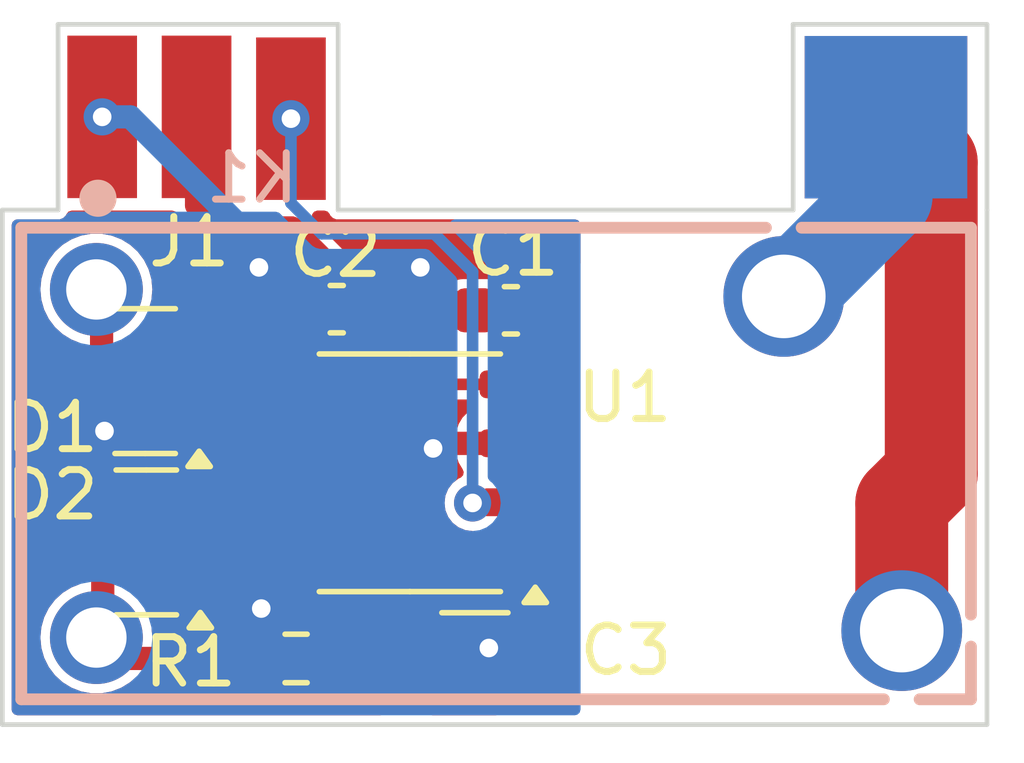
<source format=kicad_pcb>
(kicad_pcb (version 20240108) (generator "pcbnew") (generator_version "8.0")
  (layers (0 "F.Cu" jumper) (31 "B.Cu" power) (34 "B.Paste" user) (35 "F.Paste" user) (36 "B.SilkS" user "B.Silkscreen") (37 "F.SilkS" user "F.Silkscreen") (38 "B.Mask" user) (39 "F.Mask" user) (44 "Edge.Cuts" user))
  (net 0 "")
  (net 1 "VCC")
  (net 2 "GND")
  (net 3 "Net-(U1-IN_B)")
  (net 4 "Net-(D1-COM)")
  (net 5 "Net-(D2-COM)")
  (net 6 "/R2")
  (net 7 "/R1")
  (net 8 "Net-(J1-REL)")
  (footprint "Library:edge_connector" (layer "F.Cu") (at 151.075 90.964 180)
    (property "Reference" "J1" (at 17.175 -4.686 0) (layer "F.SilkS"))
    (property "Value" "edge_connector")
    (fp_line (start 20 -4) (end 20 0) (stroke (width 0.1)) (layer "Edge.Cuts"))
    (fp_line (start 13.97 0) (end 20 0) (stroke (width 0.1)) (layer "Edge.Cuts"))
    (fp_line (start 13.97 -4) (end 13.97 0) (stroke (width 0.1)) (layer "Edge.Cuts"))
    (fp_line (start 4.174 -4) (end 13.97 -4) (stroke (width 0.1)) (layer "Edge.Cuts"))
    (fp_line (start 4.174 -4) (end 4.174 0) (stroke (width 0.1)) (layer "Edge.Cuts"))
    (fp_line (start 0 0) (end 4.174 0) (stroke (width 0.1)) (layer "Edge.Cuts"))
    (fp_line (start 0 -4) (end 0 0) (stroke (width 0.1)) (layer "Edge.Cuts"))
    (pad "1" connect rect (at 2.174 -2 180) (size 3.5 3.5) (layers "F.Cu" "F.Mask") (net 7 "/R1"))
    (pad "2" connect rect (at 2.174 -2 180) (size 3.5 3.5) (layers "B.Cu" "B.Mask") (net 6 "/R2"))
    (pad "3" connect rect (at 14.986 -2.032 180) (size 1.5 3.5) (layers "F.Cu" "F.Mask") (net 8 "Net-(J1-REL)"))
    (pad "4" connect rect (at 17.018 -1.993 180) (size 1.5 3.5) (layers "F.Cu" "F.Mask") (net 1 "VCC"))
    (pad "5" connect rect (at 19.05 -1.993 180) (size 1.5 3.5) (layers "F.Cu" "F.Mask") (net 2 "GND"))
  )
  (footprint "Capacitor_SMD:C_0603_1608Metric" (layer "F.Cu") (at 137.075 97.1 180)
    (property "Reference" "C2" (at 0.025 1.225 0) (layer "F.SilkS"))
    (property "Value" "1u")
    (fp_line (start -0.14058 0.51) (end 0.14058 0.51) (stroke (width 0.12)) (layer "F.SilkS"))
    (fp_line (start -0.14058 -0.51) (end 0.14058 -0.51) (stroke (width 0.12)) (layer "F.SilkS"))
    (pad "1" smd roundrect (at -0.775 0 180) (size 0.9 0.95) (layers "F.Cu" "F.Paste" "F.Mask") (net 1 "VCC"))
    (pad "2" smd roundrect (at 0.775 0 180) (size 0.9 0.95) (layers "F.Cu" "F.Paste" "F.Mask") (net 2 "GND"))
  )
  (footprint "Capacitor_SMD:C_1206_3216Metric" (layer "F.Cu") (at 140.05 104.55)
    (property "Reference" "C3" (at 3.25 -0.1 0) (layer "F.SilkS"))
    (property "Value" "22u")
    (fp_line (start -0.711252 -0.91) (end 0.711252 -0.91) (stroke (width 0.12)) (layer "F.SilkS"))
    (fp_line (start -0.711252 0.91) (end 0.711252 0.91) (stroke (width 0.12)) (layer "F.SilkS"))
    (pad "1" smd roundrect (at -1.475 0) (size 1.15 1.8) (layers "F.Cu" "F.Paste" "F.Mask") (roundrect_rratio 0.2173913043) (net 3 "Net-(U1-IN_B)"))
    (pad "2" smd roundrect (at 1.475 0) (size 1.15 1.8) (layers "F.Cu" "F.Paste" "F.Mask") (roundrect_rratio 0.2173913043) (net 2 "GND"))
  )
  (footprint "Resistor_SMD:R_0603_1608Metric" (layer "F.Cu") (at 136.2 104.625)
    (property "Reference" "R1" (at -2.275 0.075 0) (layer "F.SilkS"))
    (property "Value" "10k")
    (fp_line (start -0.237258 -0.5225) (end 0.237258 -0.5225) (stroke (width 0.12)) (layer "F.SilkS"))
    (fp_line (start -0.237258 0.5225) (end 0.237258 0.5225) (stroke (width 0.12)) (layer "F.SilkS"))
    (pad "1" smd roundrect (at -0.825 0) (size 0.8 0.95) (layers "F.Cu" "F.Paste" "F.Mask") (net 5 "Net-(D2-COM)"))
    (pad "2" smd roundrect (at 0.825 0) (size 0.8 0.95) (layers "F.Cu" "F.Paste" "F.Mask") (net 3 "Net-(U1-IN_B)"))
  )
  (footprint "Package_TO_SOT_SMD:SOT-23" (layer "F.Cu") (at 132.975 102.125 180)
    (property "Reference" "D2" (at 2.025 1.025 0) (layer "F.SilkS"))
    (property "Value" "BAT54S")
    (fp_line (start 0 1.56) (end 0.65 1.56) (stroke (width 0.12)) (layer "F.SilkS"))
    (fp_line (start 0 1.56) (end -0.65 1.56) (stroke (width 0.12)) (layer "F.SilkS"))
    (fp_line (start 0 -1.56) (end 0.65 -1.56) (stroke (width 0.12)) (layer "F.SilkS"))
    (fp_line (start 0 -1.56) (end -0.65 -1.56) (stroke (width 0.12)) (layer "F.SilkS"))
    (fp_poly (pts (xy -1.1625 -1.51) (xy -1.4025 -1.84) (xy -0.9225 -1.84) (xy -1.1625 -1.51)) (stroke (width 0.12)) (fill solid) (layer "F.SilkS"))
    (pad "1" smd roundrect (at -0.9375 -0.95 180) (size 1.475 0.6) (layers "F.Cu" "F.Paste" "F.Mask") (net 2 "GND"))
    (pad "2" smd roundrect (at -0.9375 0.95 180) (size 1.475 0.6) (layers "F.Cu" "F.Paste" "F.Mask") (net 1 "VCC"))
    (pad "3" smd roundrect (at 0.9375 0 180) (size 1.475 0.6) (layers "F.Cu" "F.Paste" "F.Mask") (net 5 "Net-(D2-COM)"))
  )
  (footprint "Package_SO:SOIC-8_3.9x4.9mm_P1.27mm" (layer "F.Cu") (at 138.65 100.625 180)
    (property "Reference" "U1" (at -4.625 1.625 0) (layer "F.SilkS"))
    (property "Value" "MIC4427")
    (fp_line (start 0 2.56) (end 1.95 2.56) (stroke (width 0.12)) (layer "F.SilkS"))
    (fp_line (start 0 2.56) (end -1.95 2.56) (stroke (width 0.12)) (layer "F.SilkS"))
    (fp_line (start 0 -2.56) (end 1.95 -2.56) (stroke (width 0.12)) (layer "F.SilkS"))
    (fp_line (start 0 -2.56) (end -1.95 -2.56) (stroke (width 0.12)) (layer "F.SilkS"))
    (fp_poly (pts (xy -2.7 -2.465) (xy -2.94 -2.795) (xy -2.46 -2.795) (xy -2.7 -2.465)) (stroke (width 0.12)) (fill solid) (layer "F.SilkS"))
    (pad "1" smd roundrect (at -2.475 -1.905 180) (size 1.95 0.6) (layers "F.Cu" "F.Paste" "F.Mask"))
    (pad "2" smd roundrect (at -2.475 -0.635 180) (size 1.95 0.6) (layers "F.Cu" "F.Paste" "F.Mask") (net 8 "Net-(J1-REL)"))
    (pad "3" smd roundrect (at -2.475 0.635 180) (size 1.95 0.6) (layers "F.Cu" "F.Paste" "F.Mask") (net 2 "GND"))
    (pad "4" smd roundrect (at -2.475 1.905 180) (size 1.95 0.6) (layers "F.Cu" "F.Paste" "F.Mask") (net 3 "Net-(U1-IN_B)"))
    (pad "5" smd roundrect (at 2.475 1.905 180) (size 1.95 0.6) (layers "F.Cu" "F.Paste" "F.Mask") (net 4 "Net-(D1-COM)"))
    (pad "6" smd roundrect (at 2.475 0.635 180) (size 1.95 0.6) (layers "F.Cu" "F.Paste" "F.Mask") (net 1 "VCC"))
    (pad "7" smd roundrect (at 2.475 -0.635 180) (size 1.95 0.6) (layers "F.Cu" "F.Paste" "F.Mask") (net 5 "Net-(D2-COM)"))
    (pad "8" smd roundrect (at 2.475 -1.905 180) (size 1.95 0.6) (layers "F.Cu" "F.Paste" "F.Mask"))
  )
  (footprint "Capacitor_SMD:C_0603_1608Metric" (layer "F.Cu") (at 140.825 97.125)
    (property "Reference" "C1" (at 0.05 -1.275 0) (layer "F.SilkS"))
    (property "Value" "100n")
    (fp_line (start -0.14058 -0.51) (end 0.14058 -0.51) (stroke (width 0.12)) (layer "F.SilkS"))
    (fp_line (start -0.14058 0.51) (end 0.14058 0.51) (stroke (width 0.12)) (layer "F.SilkS"))
    (pad "1" smd roundrect (at -0.775 0) (size 0.9 0.95) (layers "F.Cu" "F.Paste" "F.Mask") (net 1 "VCC"))
    (pad "2" smd roundrect (at 0.775 0) (size 0.9 0.95) (layers "F.Cu" "F.Paste" "F.Mask") (net 2 "GND"))
  )
  (footprint "Package_TO_SOT_SMD:SOT-23" (layer "F.Cu") (at 132.95 98.65 180)
    (property "Reference" "D1" (at 2 -1 0) (layer "F.SilkS"))
    (property "Value" "BAT54S")
    (fp_line (start 0 1.56) (end 0.65 1.56) (stroke (width 0.12)) (layer "F.SilkS"))
    (fp_line (start 0 1.56) (end -0.65 1.56) (stroke (width 0.12)) (layer "F.SilkS"))
    (fp_line (start 0 -1.56) (end 0.65 -1.56) (stroke (width 0.12)) (layer "F.SilkS"))
    (fp_line (start 0 -1.56) (end -0.65 -1.56) (stroke (width 0.12)) (layer "F.SilkS"))
    (fp_poly (pts (xy -1.1625 -1.51) (xy -1.4025 -1.84) (xy -0.9225 -1.84) (xy -1.1625 -1.51)) (stroke (width 0.12)) (fill solid) (layer "F.SilkS"))
    (pad "1" smd roundrect (at -0.9375 -0.95 180) (size 1.475 0.6) (layers "F.Cu" "F.Paste" "F.Mask") (net 2 "GND"))
    (pad "2" smd roundrect (at -0.9375 0.95 180) (size 1.475 0.6) (layers "F.Cu" "F.Paste" "F.Mask") (net 1 "VCC"))
    (pad "3" smd roundrect (at 0.9375 0 180) (size 1.475 0.6) (layers "F.Cu" "F.Paste" "F.Mask") (net 4 "Net-(D1-COM)"))
  )
  (footprint "Library:RELAY-TH_FH44L-1AT-L1-DC5V" (layer "B.Cu") (at 140.57 100.425)
    (property "Reference" "K1" (at -5.32 -6.15 0) (layer "B.SilkS") (effects (justify mirror)))
    (property "Value" "FH44L-1AT-L1-DC5V")
    (fp_line (start -10.287 -5.08) (end -10.287 5.08) (stroke (width 0.254)) (layer "B.SilkS"))
    (fp_line (start -10.287 5.08) (end 8.285 5.08) (stroke (width 0.254)) (layer "B.SilkS"))
    (fp_line (start 5.7455 -5.08) (end -10.287 -5.08) (stroke (width 0.254)) (layer "B.SilkS"))
    (fp_line (start 9.055 5.08) (end 10.16 5.08) (stroke (width 0.254)) (layer "B.SilkS"))
    (fp_line (start 10.16 -5.08) (end 6.5145 -5.08) (stroke (width 0.254)) (layer "B.SilkS"))
    (fp_line (start 10.16 3.256) (end 10.16 -5.08) (stroke (width 0.254)) (layer "B.SilkS"))
    (fp_line (start 10.16 5.08) (end 10.16 3.944) (stroke (width 0.254)) (layer "B.SilkS"))
    (fp_circle (center -8.636 -5.715) (end -8.436 -5.715) (stroke (width 0.4)) (fill none) (layer "B.SilkS"))
    (pad "13" thru_hole circle (at 6.13 -3.6) (size 2.6 2.6) (drill 1.8) (layers "*.Cu" "*.Mask") (net 6 "/R2"))
    (pad "14" thru_hole circle (at 8.67 3.6) (size 2.6 2.6) (drill 1.8) (layers "*.Cu" "*.Mask") (net 7 "/R1"))
    (pad "A1" thru_hole circle (at -8.67 3.75) (size 2 2) (drill 1.3) (layers "*.Cu" "*.Mask") (net 5 "Net-(D2-COM)"))
    (pad "A2" thru_hole circle (at -8.67 -3.75) (size 2 2) (drill 1.3) (layers "*.Cu" "*.Mask") (net 4 "Net-(D1-COM)"))
  )
  (gr_line (start 151.075 106.05) (end 129.875 106.05) (stroke (width 0.1)) (layer "Edge.Cuts"))
  (gr_line (start 129.875 106.05) (end 129.875 94.964) (stroke (width 0.1)) (layer "Edge.Cuts"))
  (gr_line (start 129.875 94.964) (end 131.075 94.964) (stroke (width 0.1)) (layer "Edge.Cuts"))
  (gr_line (start 151.075 94.964) (end 151.075 106.05) (stroke (width 0.1)) (layer "Edge.Cuts"))
  (segment (start 133.9125 101.175) (end 134.45 101.175) (width 0.5) (layer "F.Cu") (net 1))
  (segment (start 137.85 97.1) (end 136.1 95.35) (width 0.5) (layer "F.Cu") (net 1))
  (segment (start 134.75 100.875) (end 134.75 100.440001) (width 0.5) (layer "F.Cu") (net 1))
  (segment (start 137.85 99.289999) (end 137.85 97.1) (width 0.5) (layer "F.Cu") (net 1))
  (segment (start 134.55 95.35) (end 133.8875 96.0125) (width 0.5) (layer "F.Cu") (net 1))
  (segment (start 134.45 101.175) (end 134.75 100.875) (width 0.5) (layer "F.Cu") (net 1))
  (segment (start 136.175 99.99) (end 137.149999 99.99) (width 0.5) (layer "F.Cu") (net 1))
  (segment (start 136.1 95.35) (end 134.55 95.35) (width 0.5) (layer "F.Cu") (net 1))
  (segment (start 137.149999 99.99) (end 137.85 99.289999) (width 0.5) (layer "F.Cu") (net 1))
  (segment (start 134.057 92.957) (end 134.057 94.857) (width 0.5) (layer "F.Cu") (net 1))
  (segment (start 135.200001 99.99) (end 136.175 99.99) (width 0.5) (layer "F.Cu") (net 1))
  (segment (start 134.057 94.857) (end 134.55 95.35) (width 0.5) (layer "F.Cu") (net 1))
  (segment (start 133.8875 96.0125) (end 133.8875 97.7) (width 0.5) (layer "F.Cu") (net 1))
  (segment (start 140.05 97.125) (end 137.875 97.125) (width 0.5) (layer "F.Cu") (net 1))
  (segment (start 137.875 97.125) (end 137.85 97.1) (width 0.5) (layer "F.Cu") (net 1))
  (segment (start 134.75 100.440001) (end 135.200001 99.99) (width 0.5) (layer "F.Cu") (net 1))
  (segment (start 133.9125 103.075) (end 134.65 103.075) (width 0.5) (layer "F.Cu") (net 2))
  (segment (start 140.35 104.4) (end 141.375 104.4) (width 0.5) (layer "F.Cu") (net 2))
  (segment (start 138.875 96.2) (end 141.45 96.2) (width 0.5) (layer "F.Cu") (net 2))
  (segment (start 134.65 103.075) (end 135.125 103.55) (width 0.5) (layer "F.Cu") (net 2))
  (segment (start 141.125 99.99) (end 139.26 99.99) (width 0.5) (layer "F.Cu") (net 2))
  (segment (start 133.8875 99.6) (end 132.2 99.6) (width 0.5) (layer "F.Cu") (net 2))
  (segment (start 135.4 96.2) (end 136.3 97.1) (width 0.5) (layer "F.Cu") (net 2))
  (segment (start 141.6 96.35) (end 141.6 97.125) (width 0.5) (layer "F.Cu") (net 2))
  (segment (start 141.375 104.4) (end 141.525 104.55) (width 0.5) (layer "F.Cu") (net 2))
  (segment (start 132.2 99.6) (end 132.075 99.725) (width 0.5) (layer "F.Cu") (net 2))
  (segment (start 139.26 99.99) (end 139.15 100.1) (width 0.5) (layer "F.Cu") (net 2))
  (segment (start 135.125 103.55) (end 135.45 103.55) (width 0.5) (layer "F.Cu") (net 2))
  (segment (start 141.45 96.2) (end 141.6 96.35) (width 0.5) (layer "F.Cu") (net 2))
  (via (at 139.15 100.1) (size 0.8) (drill 0.4) (layers "F.Cu" "B.Cu") (net 2))
  (via (at 135.45 103.55) (size 0.8) (drill 0.4) (layers "F.Cu" "B.Cu") (net 2))
  (via (at 140.35 104.4) (size 0.8) (drill 0.4) (layers "F.Cu" "B.Cu") (net 2))
  (via (at 132.075 99.725) (size 0.8) (drill 0.4) (layers "F.Cu" "B.Cu") (net 2))
  (via (at 135.4 96.2) (size 0.8) (drill 0.4) (layers "F.Cu" "B.Cu") (net 2))
  (via (at 138.875 96.2) (size 0.8) (drill 0.4) (layers "F.Cu" "B.Cu") (net 2))
  (via (at 132.025 92.957) (size 0.8) (drill 0.4) (layers "F.Cu" "B.Cu") (net 2))
  (segment (start 135.4 96.2) (end 135.4 96.35) (width 0.5) (layer "B.Cu") (net 2))
  (segment (start 135.4 95.725) (end 135.4 96.2) (width 0.5) (layer "B.Cu") (net 2))
  (segment (start 132.075 98.55061) (end 132.075 99.725) (width 0.5) (layer "B.Cu") (net 2))
  (segment (start 139.15 103.2) (end 140.35 104.4) (width 0.5) (layer "B.Cu") (net 2))
  (segment (start 138.875 96.2) (end 135.4 96.2) (width 0.5) (layer "B.Cu") (net 2))
  (segment (start 132.075 100.175) (end 135.375 103.475) (width 0.5) (layer "B.Cu") (net 2))
  (segment (start 132.075 99.725) (end 132.075 100.175) (width 0.5) (layer "B.Cu") (net 2))
  (segment (start 135.375 103.475) (end 135.45 103.55) (width 0.5) (layer "B.Cu") (net 2))
  (segment (start 132.025 92.957) (end 132.632 92.957) (width 0.5) (layer "B.Cu") (net 2))
  (segment (start 139.15 100.1) (end 139.15 103.2) (width 0.5) (layer "B.Cu") (net 2))
  (segment (start 135.4 96.35) (end 139.15 100.1) (width 0.5) (layer "B.Cu") (net 2))
  (segment (start 135.4 96.2) (end 134.42561 96.2) (width 0.5) (layer "B.Cu") (net 2))
  (segment (start 132.632 92.957) (end 135.4 95.725) (width 0.5) (layer "B.Cu") (net 2))
  (segment (start 134.42561 96.2) (end 132.075 98.55061) (width 0.5) (layer "B.Cu") (net 2))
  (segment (start 141.125 98.72) (end 139.504695 98.72) (width 0.25) (layer "F.Cu") (net 3))
  (segment (start 137.7 104.625) (end 137.725 104.6) (width 0.25) (layer "F.Cu") (net 3))
  (segment (start 137.775 104.55) (end 138.575 104.55) (width 0.25) (layer "F.Cu") (net 3))
  (segment (start 137.775 100.449695) (end 137.775 104.55) (width 0.25) (layer "F.Cu") (net 3))
  (segment (start 137.025 104.625) (end 137.7 104.625) (width 0.25) (layer "F.Cu") (net 3))
  (segment (start 137.725 104.6) (end 137.775 104.55) (width 0.25) (layer "F.Cu") (net 3))
  (segment (start 139.504695 98.72) (end 137.775 100.449695) (width 0.25) (layer "F.Cu") (net 3))
  (segment (start 132.0125 98.65) (end 132.0125 96.7875) (width 0.5) (layer "F.Cu") (net 4))
  (segment (start 132.0825 98.72) (end 132.0125 98.65) (width 0.5) (layer "F.Cu") (net 4))
  (segment (start 132.0125 96.7875) (end 131.9 96.675) (width 0.5) (layer "F.Cu") (net 4))
  (segment (start 136.175 98.72) (end 132.0825 98.72) (width 0.5) (layer "F.Cu") (net 4))
  (segment (start 132.0375 102.125) (end 132.0375 104.0375) (width 0.5) (layer "F.Cu") (net 5))
  (segment (start 132.35 104.625) (end 131.9 104.175) (width 0.5) (layer "F.Cu") (net 5))
  (segment (start 135.417684 101.26) (end 134.552684 102.125) (width 0.5) (layer "F.Cu") (net 5))
  (segment (start 134.552684 102.125) (end 132.0375 102.125) (width 0.5) (layer "F.Cu") (net 5))
  (segment (start 135.375 104.625) (end 132.35 104.625) (width 0.5) (layer "F.Cu") (net 5))
  (segment (start 132.0375 104.0375) (end 131.9 104.175) (width 0.5) (layer "F.Cu") (net 5))
  (segment (start 136.175 101.26) (end 135.417684 101.26) (width 0.5) (layer "F.Cu") (net 5))
  (segment (start 146.75 96.825) (end 148.901 94.674) (width 2) (layer "B.Cu") (net 6))
  (segment (start 148.901 94.674) (end 148.901 92.964) (width 2) (layer "B.Cu") (net 6))
  (segment (start 146.7 96.825) (end 146.75 96.825) (width 2) (layer "B.Cu") (net 6))
  (segment (start 149.875 93.938) (end 148.901 92.964) (width 2) (layer "F.Cu") (net 7))
  (segment (start 149.24 101.285) (end 149.875 100.65) (width 2) (layer "F.Cu") (net 7))
  (segment (start 149.24 104.025) (end 149.24 101.285) (width 2) (layer "F.Cu") (net 7))
  (segment (start 149.875 100.65) (end 149.875 93.938) (width 2) (layer "F.Cu") (net 7))
  (segment (start 140.015 101.26) (end 140 101.275) (width 0.25) (layer "F.Cu") (net 8))
  (segment (start 141.125 101.26) (end 140.015 101.26) (width 0.25) (layer "F.Cu") (net 8))
  (via (at 140 101.275) (size 0.8) (drill 0.4) (layers "F.Cu" "B.Cu") (net 8))
  (via (at 136.089 92.996) (size 0.8) (drill 0.4) (layers "F.Cu" "B.Cu") (net 8))
  (segment (start 140 96.299695) (end 140 101.275) (width 0.25) (layer "B.Cu") (net 8))
  (segment (start 136.75 95.475) (end 139.175305 95.475) (width 0.25) (layer "B.Cu") (net 8))
  (segment (start 139.175305 95.475) (end 140 96.299695) (width 0.25) (layer "B.Cu") (net 8))
  (segment (start 136.089 92.996) (end 136.089 94.814) (width 0.25) (layer "B.Cu") (net 8))
  (segment (start 136.089 94.814) (end 136.75 95.475) (width 0.25) (layer "B.Cu") (net 8))
  (zone (net 2) (net_name "GND") (layer "F.Cu") (connect_pads (clearance 0.2)) (min_thickness 0.25) (fill yes (thermal_gap 0.5) (thermal_bridge_width 0.5))
    (polygon (pts (xy 142.325 94.975) (xy 142.325 106.025) (xy 129.875 106.025) (xy 129.875 94.975)))
  )
  (zone (net 2) (net_name "GND") (layer "B.Cu") (priority 1) (connect_pads (clearance 0.2)) (min_thickness 0.25) (fill yes (thermal_gap 0.5) (thermal_bridge_width 0.5))
    (polygon (pts (xy 129.9 95) (xy 142.325 95) (xy 142.325 106.05) (xy 129.875 106.05)))
  )
)
</source>
